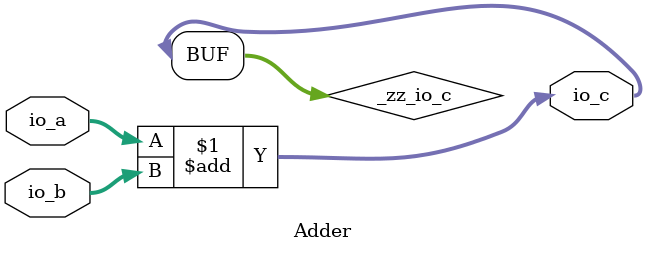
<source format=v>

`timescale 1ns/1ps

module Adder (
  input      [15:0]   io_a,
  input      [15:0]   io_b,
  output     [15:0]   io_c
);

  wire       [15:0]   _zz_io_c;

  assign _zz_io_c = ($signed(io_a) + $signed(io_b));
  assign io_c = _zz_io_c; // @[Units.scala 23:8]

endmodule

</source>
